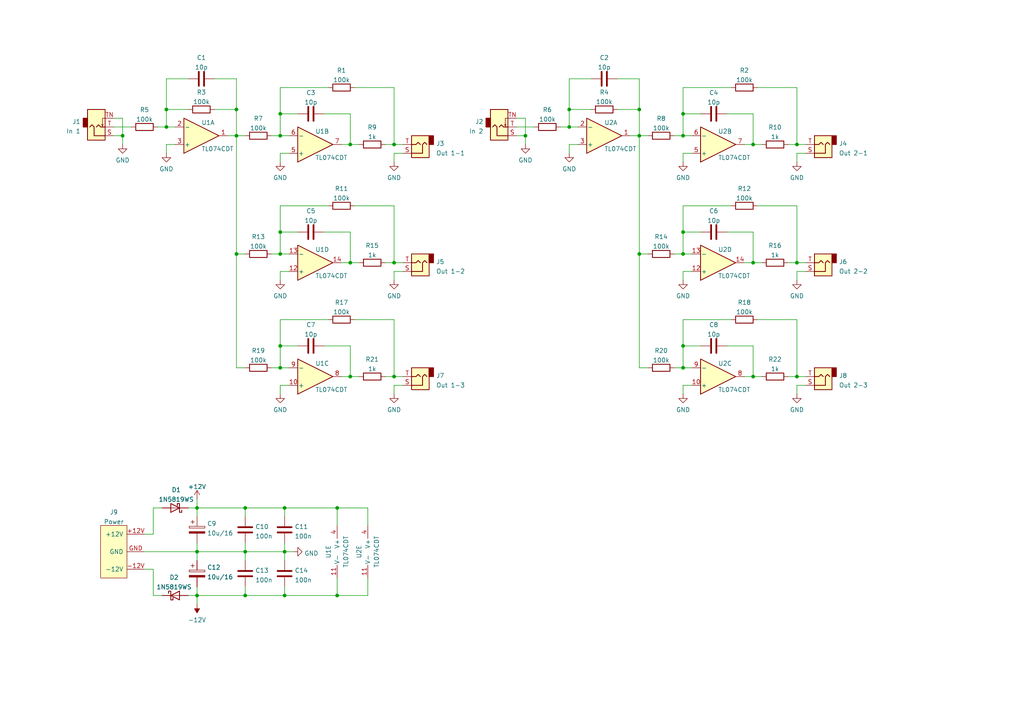
<source format=kicad_sch>
(kicad_sch (version 20211123) (generator eeschema)
  (paper "A4")
  (lib_symbols
    (symbol "Amplifier_Operational:TL074" (pin_names (offset 0.127))
      (property "Reference" "U" (at 0 5.08 0))
      (property "Value" "TL074" (at 0 -5.08 0))
      (symbol "TL074_1_1"
        (polyline (pts (xy -5.08 5.08) (xy 5.08 0) (xy -5.08 -5.08) (xy -5.08 5.08)) (stroke (width 0.254)) (fill (type background)))
        (pin output line (at 7.62 0 180) (length 2.54) (name "~") (number "1"))
        (pin input line (at -7.62 -2.54 0) (length 2.54) (name "-") (number "2"))
        (pin input line (at -7.62 2.54 0) (length 2.54) (name "+") (number "3"))
      )
      (symbol "TL074_2_1"
        (polyline (pts (xy -5.08 5.08) (xy 5.08 0) (xy -5.08 -5.08) (xy -5.08 5.08)) (stroke (width 0.254)) (fill (type background)))
        (pin input line (at -7.62 2.54 0) (length 2.54) (name "+") (number "5"))
        (pin input line (at -7.62 -2.54 0) (length 2.54) (name "-") (number "6"))
        (pin output line (at 7.62 0 180) (length 2.54) (name "~") (number "7"))
      )
      (symbol "TL074_3_1"
        (polyline (pts (xy -5.08 5.08) (xy 5.08 0) (xy -5.08 -5.08) (xy -5.08 5.08)) (stroke (width 0.254)) (fill (type background)))
        (pin input line (at -7.62 2.54 0) (length 2.54) (name "+") (number "10"))
        (pin output line (at 7.62 0 180) (length 2.54) (name "~") (number "8"))
        (pin input line (at -7.62 -2.54 0) (length 2.54) (name "-") (number "9"))
      )
      (symbol "TL074_4_1"
        (polyline (pts (xy -5.08 5.08) (xy 5.08 0) (xy -5.08 -5.08) (xy -5.08 5.08)) (stroke (width 0.254)) (fill (type background)))
        (pin input line (at -7.62 2.54 0) (length 2.54) (name "+") (number "12"))
        (pin input line (at -7.62 -2.54 0) (length 2.54) (name "-") (number "13"))
        (pin output line (at 7.62 0 180) (length 2.54) (name "~") (number "14"))
      )
      (symbol "TL074_5_1"
        (pin power_in line (at -2.54 -7.62 90) (length 3.81) (name "V-") (number "11"))
        (pin power_in line (at -2.54 7.62 270) (length 3.81) (name "V+") (number "4"))
      )
    )
    (symbol "Connector:AudioJack2"
      (property "Reference" "J" (at 0 8.89 0))
      (property "Value" "AudioJack2" (at 0 6.35 0))
      (symbol "AudioJack2_0_1"
        (rectangle (start -3.81 0) (end -2.54 -2.54) (stroke (width 0.254)) (fill (type outline)))
        (rectangle (start -2.54 3.81) (end 2.54 -2.54) (stroke (width 0.254)) (fill (type background)))
        (polyline (pts (xy 0 0) (xy 0.635 -0.635) (xy 1.27 0) (xy 2.54 0)) (stroke (width 0.254)))
        (polyline (pts (xy 2.54 2.54) (xy -0.635 2.54) (xy -0.635 0) (xy -1.27 -0.635) (xy -1.905 0)) (stroke (width 0.254)))
      )
      (symbol "AudioJack2_1_1"
        (pin passive line (at 5.08 2.54 180) (length 2.54) (name "~") (number "S"))
        (pin passive line (at 5.08 0 180) (length 2.54) (name "~") (number "T"))
      )
    )
    (symbol "Connector:AudioJack2_SwitchT"
      (property "Reference" "J" (at 0 8.89 0))
      (property "Value" "AudioJack2_SwitchT" (at 0 6.35 0))
      (symbol "AudioJack2_SwitchT_0_1"
        (rectangle (start -2.54 0) (end -3.81 -2.54) (stroke (width 0.254)) (fill (type outline)))
        (polyline (pts (xy 1.778 -0.254) (xy 2.032 -0.762)))
        (polyline (pts (xy 0 0) (xy 0.635 -0.635) (xy 1.27 0) (xy 2.54 0)) (stroke (width 0.254)))
        (polyline (pts (xy 2.54 -2.54) (xy 1.778 -2.54) (xy 1.778 -0.254) (xy 1.524 -0.762)))
        (polyline (pts (xy 2.54 2.54) (xy -0.635 2.54) (xy -0.635 0) (xy -1.27 -0.635) (xy -1.905 0)) (stroke (width 0.254)))
        (rectangle (start 2.54 3.81) (end -2.54 -5.08) (stroke (width 0.254)) (fill (type background)))
      )
      (symbol "AudioJack2_SwitchT_1_1"
        (pin passive line (at 5.08 2.54 180) (length 2.54) (name "~") (number "S"))
        (pin passive line (at 5.08 0 180) (length 2.54) (name "~") (number "T"))
        (pin passive line (at 5.08 -2.54 180) (length 2.54) (name "~") (number "TN"))
      )
    )
    (symbol "Device:C" (pin_numbers hide) (pin_names (offset 0.254))
      (property "Reference" "C" (at 0.635 2.54 0))
      (property "Value" "C" (at 0.635 -2.54 0))
      (symbol "C_0_1"
        (polyline (pts (xy -2.032 -0.762) (xy 2.032 -0.762)) (stroke (width 0.508)))
        (polyline (pts (xy -2.032 0.762) (xy 2.032 0.762)) (stroke (width 0.508)))
      )
      (symbol "C_1_1"
        (pin passive line (at 0 3.81 270) (length 2.794) (name "~") (number "1"))
        (pin passive line (at 0 -3.81 90) (length 2.794) (name "~") (number "2"))
      )
    )
    (symbol "Device:C_Polarized" (pin_numbers hide) (pin_names (offset 0.254))
      (property "Reference" "C" (at 0.635 2.54 0))
      (property "Value" "C_Polarized" (at 0.635 -2.54 0))
      (symbol "C_Polarized_0_1"
        (rectangle (start -2.286 0.508) (end 2.286 1.016))
        (polyline (pts (xy -1.778 2.286) (xy -0.762 2.286)))
        (polyline (pts (xy -1.27 2.794) (xy -1.27 1.778)))
        (rectangle (start 2.286 -0.508) (end -2.286 -1.016) (fill (type outline)))
      )
      (symbol "C_Polarized_1_1"
        (pin passive line (at 0 3.81 270) (length 2.794) (name "~") (number "1"))
        (pin passive line (at 0 -3.81 90) (length 2.794) (name "~") (number "2"))
      )
    )
    (symbol "Device:R" (pin_numbers hide) (pin_names (offset 0))
      (property "Reference" "R" (at 2.032 0 90))
      (property "Value" "R" (at 0 0 90))
      (symbol "R_0_1"
        (rectangle (start -1.016 -2.54) (end 1.016 2.54) (stroke (width 0.254)))
      )
      (symbol "R_1_1"
        (pin passive line (at 0 3.81 270) (length 1.27) (name "~") (number "1"))
        (pin passive line (at 0 -3.81 90) (length 1.27) (name "~") (number "2"))
      )
    )
    (symbol "Diode:1N5817" (pin_numbers hide) (pin_names (offset 1.016) hide)
      (property "Reference" "D" (at 0 2.54 0))
      (property "Value" "1N5817" (at 0 -2.54 0))
      (symbol "1N5817_0_1"
        (polyline (pts (xy 1.27 0) (xy -1.27 0)))
        (polyline (pts (xy 1.27 1.27) (xy 1.27 -1.27) (xy -1.27 0) (xy 1.27 1.27)) (stroke (width 0.254)))
        (polyline (pts (xy -1.905 0.635) (xy -1.905 1.27) (xy -1.27 1.27) (xy -1.27 -1.27) (xy -0.635 -1.27) (xy -0.635 -0.635)) (stroke (width 0.254)))
      )
      (symbol "1N5817_1_1"
        (pin passive line (at -3.81 0 0) (length 2.54) (name "K") (number "1"))
        (pin passive line (at 3.81 0 180) (length 2.54) (name "A") (number "2"))
      )
    )
    (symbol "Eurorack_Synth:Power_2x5" (pin_names (offset 1.016))
      (property "Reference" "J" (at 0 10.16 0))
      (property "Value" "Power_2x5" (at 0 8.89 0))
      (symbol "Power_2x5_0_1"
        (rectangle (start 3.81 7.62) (end -3.81 -7.62) (fill (type background)))
      )
      (symbol "Power_2x5_1_1"
        (pin power_out line (at 8.89 5.08 180) (length 5.08) (name "+12V") (number "+12V"))
        (pin power_out line (at 8.89 -5.08 180) (length 5.08) (name "-12V") (number "-12V"))
        (pin power_out line (at 8.89 0 180) (length 5.08) (name "GND") (number "GND"))
      )
    )
    (symbol "power:+12V" (power) (pin_names (offset 0))
      (property "Value" "+12V" (at 0 3.556 0))
      (symbol "+12V_0_1"
        (polyline (pts (xy -0.762 1.27) (xy 0 2.54)))
        (polyline (pts (xy 0 0) (xy 0 2.54)))
        (polyline (pts (xy 0 2.54) (xy 0.762 1.27)))
      )
      (symbol "+12V_1_1"
        (pin power_in line (at 0 0 90) (length 0) hide (name "+12V") (number "1"))
      )
    )
    (symbol "power:-12V" (power) (pin_names (offset 0))
      (property "Value" "-12V" (at 0 3.81 0))
      (symbol "-12V_0_0"
        (pin power_in line (at 0 0 90) (length 0) hide (name "-12V") (number "1"))
      )
      (symbol "-12V_0_1"
        (polyline (pts (xy 0 0) (xy 0 1.27) (xy 0.762 1.27) (xy 0 2.54) (xy -0.762 1.27) (xy 0 1.27)) (fill (type outline)))
      )
    )
    (symbol "power:GND" (power) (pin_names (offset 0))
      (property "Value" "GND" (at 0 -3.81 0))
      (symbol "GND_0_1"
        (polyline (pts (xy 0 0) (xy 0 -1.27) (xy 1.27 -1.27) (xy 0 -2.54) (xy -1.27 -1.27) (xy 0 -1.27)))
      )
      (symbol "GND_1_1"
        (pin power_in line (at 0 0 270) (length 0) hide (name "GND") (number "1"))
      )
    )
  )
  (junction (at 57.15 172.72))
  (junction (at 71.12 172.72))
  (junction (at 82.55 160.02))
  (junction (at 198.12 106.68))
  (junction (at 198.12 67.31))
  (junction (at 114.3 41.91))
  (junction (at 165.1 36.83))
  (junction (at 231.14 76.2))
  (junction (at 68.58 39.37))
  (junction (at 165.1 31.75))
  (junction (at 218.44 76.2))
  (junction (at 101.6 76.2))
  (junction (at 101.6 41.91))
  (junction (at 81.28 33.02))
  (junction (at 185.42 39.37))
  (junction (at 198.12 73.66))
  (junction (at 185.42 31.75))
  (junction (at 81.28 73.66))
  (junction (at 231.14 41.91))
  (junction (at 48.26 36.83))
  (junction (at 218.44 109.22))
  (junction (at 48.26 31.75))
  (junction (at 198.12 100.33))
  (junction (at 152.4 39.37))
  (junction (at 71.12 160.02))
  (junction (at 114.3 109.22))
  (junction (at 185.42 73.66))
  (junction (at 68.58 31.75))
  (junction (at 82.55 147.32))
  (junction (at 81.28 39.37))
  (junction (at 97.79 172.72))
  (junction (at 81.28 100.33))
  (junction (at 57.15 147.32))
  (junction (at 198.12 39.37))
  (junction (at 35.56 39.37))
  (junction (at 82.55 172.72))
  (junction (at 81.28 106.68))
  (junction (at 101.6 109.22))
  (junction (at 198.12 33.02))
  (junction (at 68.58 73.66))
  (junction (at 81.28 67.31))
  (junction (at 97.79 147.32))
  (junction (at 71.12 147.32))
  (junction (at 231.14 109.22))
  (junction (at 114.3 76.2))
  (junction (at 218.44 41.91))
  (junction (at 57.15 160.02))
  (wire (pts (xy 57.15 160.02) (xy 71.12 160.02)))
  (wire (pts (xy 44.45 147.32) (xy 46.99 147.32)))
  (wire (pts (xy 97.79 172.72) (xy 82.55 172.72)))
  (wire (pts (xy 48.26 31.75) (xy 48.26 36.83)))
  (wire (pts (xy 68.58 31.75) (xy 68.58 39.37)))
  (wire (pts (xy 81.28 44.45) (xy 81.28 46.99)))
  (wire (pts (xy 111.76 76.2) (xy 114.3 76.2)))
  (wire (pts (xy 185.42 39.37) (xy 187.96 39.37)))
  (wire (pts (xy 187.96 73.66) (xy 185.42 73.66)))
  (wire (pts (xy 81.28 78.74) (xy 81.28 81.28)))
  (wire (pts (xy 93.98 100.33) (xy 101.6 100.33)))
  (wire (pts (xy 218.44 67.31) (xy 218.44 76.2)))
  (wire (pts (xy 93.98 33.02) (xy 101.6 33.02)))
  (wire (pts (xy 86.36 67.31) (xy 81.28 67.31)))
  (wire (pts (xy 219.71 25.4) (xy 231.14 25.4)))
  (wire (pts (xy 71.12 160.02) (xy 82.55 160.02)))
  (wire (pts (xy 86.36 33.02) (xy 81.28 33.02)))
  (wire (pts (xy 203.2 67.31) (xy 198.12 67.31)))
  (wire (pts (xy 86.36 100.33) (xy 81.28 100.33)))
  (wire (pts (xy 198.12 100.33) (xy 198.12 106.68)))
  (wire (pts (xy 116.84 44.45) (xy 114.3 44.45)))
  (wire (pts (xy 215.9 109.22) (xy 218.44 109.22)))
  (wire (pts (xy 45.72 36.83) (xy 48.26 36.83)))
  (wire (pts (xy 185.42 31.75) (xy 185.42 39.37)))
  (wire (pts (xy 48.26 36.83) (xy 50.8 36.83)))
  (wire (pts (xy 101.6 76.2) (xy 104.14 76.2)))
  (wire (pts (xy 198.12 44.45) (xy 198.12 46.99)))
  (wire (pts (xy 57.15 149.86) (xy 57.15 147.32)))
  (wire (pts (xy 218.44 109.22) (xy 220.98 109.22)))
  (wire (pts (xy 101.6 41.91) (xy 104.14 41.91)))
  (wire (pts (xy 165.1 36.83) (xy 167.64 36.83)))
  (wire (pts (xy 195.58 106.68) (xy 198.12 106.68)))
  (wire (pts (xy 210.82 100.33) (xy 218.44 100.33)))
  (wire (pts (xy 57.15 157.48) (xy 57.15 160.02)))
  (wire (pts (xy 233.68 78.74) (xy 231.14 78.74)))
  (wire (pts (xy 71.12 73.66) (xy 68.58 73.66)))
  (wire (pts (xy 54.61 147.32) (xy 57.15 147.32)))
  (wire (pts (xy 195.58 39.37) (xy 198.12 39.37)))
  (wire (pts (xy 57.15 144.78) (xy 57.15 147.32)))
  (wire (pts (xy 71.12 160.02) (xy 71.12 162.56)))
  (wire (pts (xy 210.82 67.31) (xy 218.44 67.31)))
  (wire (pts (xy 99.06 76.2) (xy 101.6 76.2)))
  (wire (pts (xy 102.87 92.71) (xy 114.3 92.71)))
  (wire (pts (xy 101.6 109.22) (xy 104.14 109.22)))
  (wire (pts (xy 218.44 41.91) (xy 220.98 41.91)))
  (wire (pts (xy 218.44 33.02) (xy 218.44 41.91)))
  (wire (pts (xy 114.3 109.22) (xy 116.84 109.22)))
  (wire (pts (xy 57.15 160.02) (xy 57.15 162.56)))
  (wire (pts (xy 95.25 59.69) (xy 81.28 59.69)))
  (wire (pts (xy 82.55 170.18) (xy 82.55 172.72)))
  (wire (pts (xy 212.09 92.71) (xy 198.12 92.71)))
  (wire (pts (xy 35.56 41.91) (xy 35.56 39.37)))
  (wire (pts (xy 149.86 34.29) (xy 152.4 34.29)))
  (wire (pts (xy 82.55 160.02) (xy 85.09 160.02)))
  (wire (pts (xy 228.6 76.2) (xy 231.14 76.2)))
  (wire (pts (xy 106.68 147.32) (xy 97.79 147.32)))
  (wire (pts (xy 233.68 44.45) (xy 231.14 44.45)))
  (wire (pts (xy 97.79 167.64) (xy 97.79 172.72)))
  (wire (pts (xy 81.28 59.69) (xy 81.28 67.31)))
  (wire (pts (xy 114.3 41.91) (xy 116.84 41.91)))
  (wire (pts (xy 97.79 152.4) (xy 97.79 147.32)))
  (wire (pts (xy 81.28 67.31) (xy 81.28 73.66)))
  (wire (pts (xy 231.14 25.4) (xy 231.14 41.91)))
  (wire (pts (xy 167.64 41.91) (xy 165.1 41.91)))
  (wire (pts (xy 114.3 44.45) (xy 114.3 46.99)))
  (wire (pts (xy 210.82 33.02) (xy 218.44 33.02)))
  (wire (pts (xy 97.79 147.32) (xy 82.55 147.32)))
  (wire (pts (xy 57.15 160.02) (xy 41.91 160.02)))
  (wire (pts (xy 198.12 111.76) (xy 198.12 114.3)))
  (wire (pts (xy 198.12 92.71) (xy 198.12 100.33)))
  (wire (pts (xy 231.14 41.91) (xy 233.68 41.91)))
  (wire (pts (xy 231.14 78.74) (xy 231.14 81.28)))
  (wire (pts (xy 81.28 92.71) (xy 81.28 100.33)))
  (wire (pts (xy 198.12 106.68) (xy 200.66 106.68)))
  (wire (pts (xy 203.2 100.33) (xy 198.12 100.33)))
  (wire (pts (xy 99.06 41.91) (xy 101.6 41.91)))
  (wire (pts (xy 82.55 149.86) (xy 82.55 147.32)))
  (wire (pts (xy 82.55 157.48) (xy 82.55 160.02)))
  (wire (pts (xy 231.14 44.45) (xy 231.14 46.99)))
  (wire (pts (xy 81.28 39.37) (xy 83.82 39.37)))
  (wire (pts (xy 185.42 39.37) (xy 185.42 73.66)))
  (wire (pts (xy 218.44 100.33) (xy 218.44 109.22)))
  (wire (pts (xy 33.02 39.37) (xy 35.56 39.37)))
  (wire (pts (xy 71.12 147.32) (xy 82.55 147.32)))
  (wire (pts (xy 78.74 39.37) (xy 81.28 39.37)))
  (wire (pts (xy 62.23 22.86) (xy 68.58 22.86)))
  (wire (pts (xy 114.3 92.71) (xy 114.3 109.22)))
  (wire (pts (xy 41.91 154.94) (xy 44.45 154.94)))
  (wire (pts (xy 54.61 31.75) (xy 48.26 31.75)))
  (wire (pts (xy 48.26 41.91) (xy 48.26 44.45)))
  (wire (pts (xy 106.68 172.72) (xy 97.79 172.72)))
  (wire (pts (xy 71.12 172.72) (xy 82.55 172.72)))
  (wire (pts (xy 233.68 111.76) (xy 231.14 111.76)))
  (wire (pts (xy 162.56 36.83) (xy 165.1 36.83)))
  (wire (pts (xy 111.76 41.91) (xy 114.3 41.91)))
  (wire (pts (xy 81.28 73.66) (xy 83.82 73.66)))
  (wire (pts (xy 200.66 111.76) (xy 198.12 111.76)))
  (wire (pts (xy 228.6 109.22) (xy 231.14 109.22)))
  (wire (pts (xy 200.66 78.74) (xy 198.12 78.74)))
  (wire (pts (xy 179.07 22.86) (xy 185.42 22.86)))
  (wire (pts (xy 231.14 76.2) (xy 233.68 76.2)))
  (wire (pts (xy 106.68 152.4) (xy 106.68 147.32)))
  (wire (pts (xy 95.25 92.71) (xy 81.28 92.71)))
  (wire (pts (xy 68.58 39.37) (xy 71.12 39.37)))
  (wire (pts (xy 165.1 41.91) (xy 165.1 44.45)))
  (wire (pts (xy 152.4 41.91) (xy 152.4 39.37)))
  (wire (pts (xy 68.58 73.66) (xy 68.58 106.68)))
  (wire (pts (xy 78.74 73.66) (xy 81.28 73.66)))
  (wire (pts (xy 78.74 106.68) (xy 81.28 106.68)))
  (wire (pts (xy 185.42 22.86) (xy 185.42 31.75)))
  (wire (pts (xy 231.14 92.71) (xy 231.14 109.22)))
  (wire (pts (xy 114.3 76.2) (xy 116.84 76.2)))
  (wire (pts (xy 99.06 109.22) (xy 101.6 109.22)))
  (wire (pts (xy 66.04 39.37) (xy 68.58 39.37)))
  (wire (pts (xy 171.45 22.86) (xy 165.1 22.86)))
  (wire (pts (xy 41.91 165.1) (xy 44.45 165.1)))
  (wire (pts (xy 57.15 147.32) (xy 71.12 147.32)))
  (wire (pts (xy 114.3 25.4) (xy 114.3 41.91)))
  (wire (pts (xy 35.56 34.29) (xy 35.56 39.37)))
  (wire (pts (xy 198.12 59.69) (xy 198.12 67.31)))
  (wire (pts (xy 71.12 157.48) (xy 71.12 160.02)))
  (wire (pts (xy 198.12 78.74) (xy 198.12 81.28)))
  (wire (pts (xy 48.26 22.86) (xy 48.26 31.75)))
  (wire (pts (xy 68.58 39.37) (xy 68.58 73.66)))
  (wire (pts (xy 212.09 25.4) (xy 198.12 25.4)))
  (wire (pts (xy 33.02 36.83) (xy 38.1 36.83)))
  (wire (pts (xy 219.71 59.69) (xy 231.14 59.69)))
  (wire (pts (xy 44.45 172.72) (xy 46.99 172.72)))
  (wire (pts (xy 187.96 106.68) (xy 185.42 106.68)))
  (wire (pts (xy 101.6 100.33) (xy 101.6 109.22)))
  (wire (pts (xy 111.76 109.22) (xy 114.3 109.22)))
  (wire (pts (xy 182.88 39.37) (xy 185.42 39.37)))
  (wire (pts (xy 198.12 39.37) (xy 200.66 39.37)))
  (wire (pts (xy 71.12 170.18) (xy 71.12 172.72)))
  (wire (pts (xy 71.12 106.68) (xy 68.58 106.68)))
  (wire (pts (xy 57.15 172.72) (xy 71.12 172.72)))
  (wire (pts (xy 54.61 172.72) (xy 57.15 172.72)))
  (wire (pts (xy 101.6 67.31) (xy 101.6 76.2)))
  (wire (pts (xy 44.45 154.94) (xy 44.45 147.32)))
  (wire (pts (xy 165.1 31.75) (xy 165.1 36.83)))
  (wire (pts (xy 50.8 41.91) (xy 48.26 41.91)))
  (wire (pts (xy 171.45 31.75) (xy 165.1 31.75)))
  (wire (pts (xy 102.87 25.4) (xy 114.3 25.4)))
  (wire (pts (xy 218.44 76.2) (xy 220.98 76.2)))
  (wire (pts (xy 114.3 59.69) (xy 114.3 76.2)))
  (wire (pts (xy 116.84 78.74) (xy 114.3 78.74)))
  (wire (pts (xy 81.28 111.76) (xy 81.28 114.3)))
  (wire (pts (xy 200.66 44.45) (xy 198.12 44.45)))
  (wire (pts (xy 68.58 22.86) (xy 68.58 31.75)))
  (wire (pts (xy 231.14 109.22) (xy 233.68 109.22)))
  (wire (pts (xy 101.6 33.02) (xy 101.6 41.91)))
  (wire (pts (xy 83.82 44.45) (xy 81.28 44.45)))
  (wire (pts (xy 95.25 25.4) (xy 81.28 25.4)))
  (wire (pts (xy 106.68 167.64) (xy 106.68 172.72)))
  (wire (pts (xy 165.1 22.86) (xy 165.1 31.75)))
  (wire (pts (xy 198.12 33.02) (xy 198.12 39.37)))
  (wire (pts (xy 93.98 67.31) (xy 101.6 67.31)))
  (wire (pts (xy 114.3 111.76) (xy 114.3 114.3)))
  (wire (pts (xy 198.12 67.31) (xy 198.12 73.66)))
  (wire (pts (xy 62.23 31.75) (xy 68.58 31.75)))
  (wire (pts (xy 215.9 41.91) (xy 218.44 41.91)))
  (wire (pts (xy 81.28 33.02) (xy 81.28 39.37)))
  (wire (pts (xy 203.2 33.02) (xy 198.12 33.02)))
  (wire (pts (xy 81.28 100.33) (xy 81.28 106.68)))
  (wire (pts (xy 81.28 25.4) (xy 81.28 33.02)))
  (wire (pts (xy 83.82 78.74) (xy 81.28 78.74)))
  (wire (pts (xy 152.4 34.29) (xy 152.4 39.37)))
  (wire (pts (xy 83.82 111.76) (xy 81.28 111.76)))
  (wire (pts (xy 149.86 39.37) (xy 152.4 39.37)))
  (wire (pts (xy 149.86 36.83) (xy 154.94 36.83)))
  (wire (pts (xy 33.02 34.29) (xy 35.56 34.29)))
  (wire (pts (xy 102.87 59.69) (xy 114.3 59.69)))
  (wire (pts (xy 198.12 25.4) (xy 198.12 33.02)))
  (wire (pts (xy 71.12 149.86) (xy 71.12 147.32)))
  (wire (pts (xy 54.61 22.86) (xy 48.26 22.86)))
  (wire (pts (xy 81.28 106.68) (xy 83.82 106.68)))
  (wire (pts (xy 57.15 170.18) (xy 57.15 172.72)))
  (wire (pts (xy 231.14 111.76) (xy 231.14 114.3)))
  (wire (pts (xy 44.45 165.1) (xy 44.45 172.72)))
  (wire (pts (xy 198.12 73.66) (xy 200.66 73.66)))
  (wire (pts (xy 228.6 41.91) (xy 231.14 41.91)))
  (wire (pts (xy 215.9 76.2) (xy 218.44 76.2)))
  (wire (pts (xy 195.58 73.66) (xy 198.12 73.66)))
  (wire (pts (xy 57.15 172.72) (xy 57.15 175.26)))
  (wire (pts (xy 212.09 59.69) (xy 198.12 59.69)))
  (wire (pts (xy 82.55 160.02) (xy 82.55 162.56)))
  (wire (pts (xy 179.07 31.75) (xy 185.42 31.75)))
  (wire (pts (xy 231.14 59.69) (xy 231.14 76.2)))
  (wire (pts (xy 114.3 78.74) (xy 114.3 81.28)))
  (wire (pts (xy 219.71 92.71) (xy 231.14 92.71)))
  (wire (pts (xy 185.42 73.66) (xy 185.42 106.68)))
  (wire (pts (xy 116.84 111.76) (xy 114.3 111.76)))
  (symbol (lib_id "Amplifier_Operational:TL074") (at 91.44 41.91 0) (mirror x) (unit 2)
    (property "Reference" "U1" (at 91.44 38.1 0) (effects (justify left)))
    (property "Value" "TL074CDT" (at 91.44 45.72 0) (effects (justify left)))
    (property "Footprint" "Package_SO:SOIC-14_3.9x8.7mm_P1.27mm" (effects hide))
    (property "Datasheet" "http://www.ti.com/lit/ds/symlink/tl071.pdf" (effects hide))
    (property "LCSC" "C6963" (effects hide))
  )
  (symbol (lib_id "Device:C") (at 207.01 100.33 90) (unit 1)
    (property "Reference" "C8" (at 207.01 94.2045 90))
    (property "Value" "10p" (at 207.01 96.9796 90))
    (property "Footprint" "Capacitor_SMD:C_0402_1005Metric" (effects hide))
    (property "LCSC" "C32949" (effects hide))
  )
  (symbol (lib_id "Connector:AudioJack2") (at 121.92 76.2 180) (unit 1)
    (property "Reference" "J5" (at 126.492 75.9265 0) (effects (justify right)))
    (property "Value" "Out 1-2" (at 126.492 78.7016 0) (effects (justify right)))
    (property "Footprint" "Connector_Audio_QingPu:Jack_3.5mm_QingPu_WQP-PJ324M" (effects hide))
  )
  (symbol (lib_id "Device:R") (at 224.79 41.91 90) (unit 1)
    (property "Reference" "R10" (at 224.79 36.9275 90))
    (property "Value" "1k" (at 224.79 39.7026 90))
    (property "Footprint" "Resistor_SMD:R_1206_3216Metric" (effects hide))
    (property "LCSC" "C4410" (effects hide))
  )
  (symbol (lib_id "Amplifier_Operational:TL074") (at 208.28 76.2 0) (mirror x) (unit 4)
    (property "Reference" "U2" (at 208.28 72.39 0) (effects (justify left)))
    (property "Value" "TL074CDT" (at 208.28 80.01 0) (effects (justify left)))
    (property "Footprint" "Package_SO:SOIC-14_3.9x8.7mm_P1.27mm" (effects hide))
    (property "Datasheet" "http://www.ti.com/lit/ds/symlink/tl071.pdf" (effects hide))
    (property "LCSC" "C6963" (effects hide))
  )
  (symbol (lib_id "Device:R") (at 224.79 76.2 90) (unit 1)
    (property "Reference" "R16" (at 224.79 71.2175 90))
    (property "Value" "1k" (at 224.79 73.9926 90))
    (property "Footprint" "Resistor_SMD:R_1206_3216Metric" (effects hide))
    (property "LCSC" "C4410" (effects hide))
  )
  (symbol (lib_id "Device:R") (at 58.42 31.75 90) (unit 1)
    (property "Reference" "R3" (at 58.42 26.7675 90))
    (property "Value" "100k" (at 58.42 29.5426 90))
    (property "Footprint" "Resistor_SMD:R_0402_1005Metric" (effects hide))
    (property "LCSC" "C25741" (effects hide))
  )
  (symbol (lib_id "Connector:AudioJack2") (at 238.76 41.91 180) (unit 1)
    (property "Reference" "J4" (at 243.332 41.6365 0) (effects (justify right)))
    (property "Value" "Out 2-1" (at 243.332 44.4116 0) (effects (justify right)))
    (property "Footprint" "Connector_Audio_QingPu:Jack_3.5mm_QingPu_WQP-PJ324M" (effects hide))
  )
  (symbol (lib_id "Amplifier_Operational:TL074") (at 208.28 41.91 0) (mirror x) (unit 2)
    (property "Reference" "U2" (at 208.28 38.1 0) (effects (justify left)))
    (property "Value" "TL074CDT" (at 208.28 45.72 0) (effects (justify left)))
    (property "Footprint" "Package_SO:SOIC-14_3.9x8.7mm_P1.27mm" (effects hide))
    (property "Datasheet" "http://www.ti.com/lit/ds/symlink/tl071.pdf" (effects hide))
    (property "LCSC" "C6963" (effects hide))
  )
  (symbol (lib_id "Device:R") (at 191.77 73.66 90) (unit 1)
    (property "Reference" "R14" (at 191.77 68.6775 90))
    (property "Value" "100k" (at 191.77 71.4526 90))
    (property "Footprint" "Resistor_SMD:R_0402_1005Metric" (effects hide))
    (property "LCSC" "C25741" (effects hide))
  )
  (symbol (lib_id "Amplifier_Operational:TL074") (at 100.33 160.02 0) (unit 5)
    (property "Reference" "U1" (at 95.25 160.02 90))
    (property "Value" "TL074CDT" (at 100.33 160.02 90))
    (property "Footprint" "Package_SO:SOIC-14_3.9x8.7mm_P1.27mm" (effects hide))
    (property "Datasheet" "http://www.ti.com/lit/ds/symlink/tl071.pdf" (effects hide))
    (property "LCSC" "C6963" (effects hide))
  )
  (symbol (lib_id "power:GND") (at 198.12 81.28 0) (unit 1)
    (property "Reference" "#PWR0114" (effects hide))
    (property "Value" "GND" (at 198.12 85.8425 0))
  )
  (symbol (lib_id "power:GND") (at 48.26 44.45 0) (unit 1)
    (property "Reference" "#PWR0102" (effects hide))
    (property "Value" "GND" (at 48.26 49.0125 0))
  )
  (symbol (lib_id "Diode:1N5817") (at 50.8 147.32 180) (unit 1)
    (property "Reference" "D1" (at 51.1175 142.0835 0))
    (property "Value" "1N5819WS" (at 51.1175 144.8586 0))
    (property "Footprint" "Diode_SMD:D_SOD-323" (effects hide))
    (property "Datasheet" "http://www.vishay.com/docs/88525/1n5817.pdf" (effects hide))
    (property "LCSC" "C191023" (effects hide))
  )
  (symbol (lib_id "Device:R") (at 175.26 31.75 90) (unit 1)
    (property "Reference" "R4" (at 175.26 26.7675 90))
    (property "Value" "100k" (at 175.26 29.5426 90))
    (property "Footprint" "Resistor_SMD:R_0402_1005Metric" (effects hide))
    (property "LCSC" "C25741" (effects hide))
  )
  (symbol (lib_id "Device:C") (at 207.01 67.31 90) (unit 1)
    (property "Reference" "C6" (at 207.01 61.1845 90))
    (property "Value" "10p" (at 207.01 63.9596 90))
    (property "Footprint" "Capacitor_SMD:C_0402_1005Metric" (effects hide))
    (property "LCSC" "C32949" (effects hide))
  )
  (symbol (lib_id "power:GND") (at 81.28 114.3 0) (unit 1)
    (property "Reference" "#PWR0109" (effects hide))
    (property "Value" "GND" (at 81.28 118.8625 0))
  )
  (symbol (lib_id "power:GND") (at 85.09 160.02 90) (unit 1)
    (property "Reference" "#PWR0111" (effects hide))
    (property "Value" "GND" (at 88.265 160.499 90) (effects (justify right)))
  )
  (symbol (lib_id "Connector:AudioJack2") (at 121.92 41.91 180) (unit 1)
    (property "Reference" "J3" (at 126.492 41.6365 0) (effects (justify right)))
    (property "Value" "Out 1-1" (at 126.492 44.4116 0) (effects (justify right)))
    (property "Footprint" "Connector_Audio_QingPu:Jack_3.5mm_QingPu_WQP-PJ324M" (effects hide))
  )
  (symbol (lib_id "power:GND") (at 198.12 114.3 0) (unit 1)
    (property "Reference" "#PWR0116" (effects hide))
    (property "Value" "GND" (at 198.12 118.8625 0))
  )
  (symbol (lib_id "power:GND") (at 231.14 46.99 0) (unit 1)
    (property "Reference" "#PWR0112" (effects hide))
    (property "Value" "GND" (at 231.14 51.5525 0))
  )
  (symbol (lib_id "Device:R") (at 99.06 59.69 90) (unit 1)
    (property "Reference" "R11" (at 99.06 54.7075 90))
    (property "Value" "100k" (at 99.06 57.4826 90))
    (property "Footprint" "Resistor_SMD:R_0402_1005Metric" (effects hide))
    (property "LCSC" "C25741" (effects hide))
  )
  (symbol (lib_id "power:GND") (at 114.3 114.3 0) (unit 1)
    (property "Reference" "#PWR0104" (effects hide))
    (property "Value" "GND" (at 114.3 118.8625 0))
  )
  (symbol (lib_id "power:GND") (at 198.12 46.99 0) (unit 1)
    (property "Reference" "#PWR0119" (effects hide))
    (property "Value" "GND" (at 198.12 51.5525 0))
  )
  (symbol (lib_id "Device:R") (at 74.93 106.68 90) (unit 1)
    (property "Reference" "R19" (at 74.93 101.6975 90))
    (property "Value" "100k" (at 74.93 104.4726 90))
    (property "Footprint" "Resistor_SMD:R_0402_1005Metric" (effects hide))
    (property "LCSC" "C25741" (effects hide))
  )
  (symbol (lib_id "Device:C") (at 82.55 166.37 180) (unit 1)
    (property "Reference" "C14" (at 85.471 165.4615 0) (effects (justify right)))
    (property "Value" "100n" (at 85.471 168.2366 0) (effects (justify right)))
    (property "Footprint" "Capacitor_SMD:C_0402_1005Metric" (effects hide))
    (property "LCSC" "C307331" (effects hide))
  )
  (symbol (lib_id "Diode:1N5817") (at 50.8 172.72 0) (unit 1)
    (property "Reference" "D2" (at 50.4825 167.4835 0))
    (property "Value" "1N5819WS" (at 50.4825 170.2586 0))
    (property "Footprint" "Diode_SMD:D_SOD-323" (effects hide))
    (property "Datasheet" "http://www.vishay.com/docs/88525/1n5817.pdf" (effects hide))
    (property "LCSC" "C191023" (effects hide))
  )
  (symbol (lib_id "Device:C") (at 90.17 33.02 90) (unit 1)
    (property "Reference" "C3" (at 90.17 26.8945 90))
    (property "Value" "10p" (at 90.17 29.6696 90))
    (property "Footprint" "Capacitor_SMD:C_0402_1005Metric" (effects hide))
    (property "LCSC" "C32949" (effects hide))
  )
  (symbol (lib_id "Device:C") (at 71.12 153.67 180) (unit 1)
    (property "Reference" "C10" (at 74.041 152.7615 0) (effects (justify right)))
    (property "Value" "100n" (at 74.041 155.5366 0) (effects (justify right)))
    (property "Footprint" "Capacitor_SMD:C_0402_1005Metric" (effects hide))
    (property "LCSC" "C307331" (effects hide))
  )
  (symbol (lib_id "Device:R") (at 215.9 25.4 90) (unit 1)
    (property "Reference" "R2" (at 215.9 20.4175 90))
    (property "Value" "100k" (at 215.9 23.1926 90))
    (property "Footprint" "Resistor_SMD:R_0402_1005Metric" (effects hide))
    (property "LCSC" "C25741" (effects hide))
  )
  (symbol (lib_id "Device:C") (at 207.01 33.02 90) (unit 1)
    (property "Reference" "C4" (at 207.01 26.8945 90))
    (property "Value" "10p" (at 207.01 29.6696 90))
    (property "Footprint" "Capacitor_SMD:C_0402_1005Metric" (effects hide))
    (property "LCSC" "C32949" (effects hide))
  )
  (symbol (lib_id "Device:R") (at 107.95 76.2 90) (unit 1)
    (property "Reference" "R15" (at 107.95 71.2175 90))
    (property "Value" "1k" (at 107.95 73.9926 90))
    (property "Footprint" "Resistor_SMD:R_1206_3216Metric" (effects hide))
    (property "LCSC" "C4410" (effects hide))
  )
  (symbol (lib_id "power:GND") (at 114.3 46.99 0) (unit 1)
    (property "Reference" "#PWR0106" (effects hide))
    (property "Value" "GND" (at 114.3 51.5525 0))
  )
  (symbol (lib_id "power:GND") (at 152.4 41.91 0) (unit 1)
    (property "Reference" "#PWR0117" (effects hide))
    (property "Value" "GND" (at 152.4 46.4725 0))
  )
  (symbol (lib_id "Connector:AudioJack2_SwitchT") (at 27.94 36.83 0) (mirror x) (unit 1)
    (property "Reference" "J1" (at 23.368 35.2865 0) (effects (justify right)))
    (property "Value" "In 1" (at 23.368 38.0616 0) (effects (justify right)))
    (property "Footprint" "Connector_Audio_QingPu:Jack_3.5mm_QingPu_WQP-PJ324M" (effects hide))
  )
  (symbol (lib_id "Device:C") (at 175.26 22.86 90) (unit 1)
    (property "Reference" "C2" (at 175.26 16.7345 90))
    (property "Value" "10p" (at 175.26 19.5096 90))
    (property "Footprint" "Capacitor_SMD:C_0402_1005Metric" (effects hide))
    (property "LCSC" "C32949" (effects hide))
  )
  (symbol (lib_id "power:GND") (at 231.14 114.3 0) (unit 1)
    (property "Reference" "#PWR0115" (effects hide))
    (property "Value" "GND" (at 231.14 118.8625 0))
  )
  (symbol (lib_id "Device:C") (at 90.17 100.33 90) (unit 1)
    (property "Reference" "C7" (at 90.17 94.2045 90))
    (property "Value" "10p" (at 90.17 96.9796 90))
    (property "Footprint" "Capacitor_SMD:C_0402_1005Metric" (effects hide))
    (property "LCSC" "C32949" (effects hide))
  )
  (symbol (lib_id "Device:R") (at 215.9 59.69 90) (unit 1)
    (property "Reference" "R12" (at 215.9 54.7075 90))
    (property "Value" "100k" (at 215.9 57.4826 90))
    (property "Footprint" "Resistor_SMD:R_0402_1005Metric" (effects hide))
    (property "LCSC" "C25741" (effects hide))
  )
  (symbol (lib_id "power:-12V") (at 57.15 175.26 180) (unit 1)
    (property "Reference" "#PWR0108" (effects hide))
    (property "Value" "-12V" (at 57.15 179.8225 0))
  )
  (symbol (lib_id "Device:R") (at 191.77 106.68 90) (unit 1)
    (property "Reference" "R20" (at 191.77 101.6975 90))
    (property "Value" "100k" (at 191.77 104.4726 90))
    (property "Footprint" "Resistor_SMD:R_0402_1005Metric" (effects hide))
    (property "LCSC" "C25741" (effects hide))
  )
  (symbol (lib_id "Device:R") (at 107.95 41.91 90) (unit 1)
    (property "Reference" "R9" (at 107.95 36.9275 90))
    (property "Value" "1k" (at 107.95 39.7026 90))
    (property "Footprint" "Resistor_SMD:R_1206_3216Metric" (effects hide))
    (property "LCSC" "C4410" (effects hide))
  )
  (symbol (lib_id "Device:C_Polarized") (at 57.15 166.37 0) (unit 1)
    (property "Reference" "C12" (at 60.071 164.5725 0) (effects (justify left)))
    (property "Value" "10u/16" (at 60.071 167.3476 0) (effects (justify left)))
    (property "Footprint" "Capacitor_Tantalum_SMD:CP_EIA-3216-18_Kemet-A" (effects hide))
    (property "LCSC" "C7171" (effects hide))
  )
  (symbol (lib_id "Amplifier_Operational:TL074") (at 58.42 39.37 0) (mirror x) (unit 1)
    (property "Reference" "U1" (at 58.42 35.56 0) (effects (justify left)))
    (property "Value" "TL074CDT" (at 58.42 43.18 0) (effects (justify left)))
    (property "Footprint" "Package_SO:SOIC-14_3.9x8.7mm_P1.27mm" (effects hide))
    (property "Datasheet" "http://www.ti.com/lit/ds/symlink/tl071.pdf" (effects hide))
    (property "LCSC" "C6963" (effects hide))
  )
  (symbol (lib_id "Device:C") (at 58.42 22.86 90) (unit 1)
    (property "Reference" "C1" (at 58.42 16.7345 90))
    (property "Value" "10p" (at 58.42 19.5096 90))
    (property "Footprint" "Capacitor_SMD:C_0402_1005Metric" (effects hide))
    (property "LCSC" "C32949" (effects hide))
  )
  (symbol (lib_id "Connector:AudioJack2") (at 238.76 76.2 180) (unit 1)
    (property "Reference" "J6" (at 243.332 75.9265 0) (effects (justify right)))
    (property "Value" "Out 2-2" (at 243.332 78.7016 0) (effects (justify right)))
    (property "Footprint" "Connector_Audio_QingPu:Jack_3.5mm_QingPu_WQP-PJ324M" (effects hide))
  )
  (symbol (lib_id "Amplifier_Operational:TL074") (at 109.22 160.02 0) (unit 5)
    (property "Reference" "U2" (at 104.14 160.02 90))
    (property "Value" "TL074CDT" (at 109.22 160.02 90))
    (property "Footprint" "Package_SO:SOIC-14_3.9x8.7mm_P1.27mm" (effects hide))
    (property "Datasheet" "http://www.ti.com/lit/ds/symlink/tl071.pdf" (effects hide))
    (property "LCSC" "C6963" (effects hide))
  )
  (symbol (lib_id "Device:R") (at 41.91 36.83 90) (unit 1)
    (property "Reference" "R5" (at 41.91 31.8475 90))
    (property "Value" "100k" (at 41.91 34.6226 90))
    (property "Footprint" "Resistor_SMD:R_0402_1005Metric" (effects hide))
    (property "LCSC" "C25741" (effects hide))
  )
  (symbol (lib_id "power:GND") (at 165.1 44.45 0) (unit 1)
    (property "Reference" "#PWR0118" (effects hide))
    (property "Value" "GND" (at 165.1 49.0125 0))
  )
  (symbol (lib_id "Device:R") (at 224.79 109.22 90) (unit 1)
    (property "Reference" "R22" (at 224.79 104.2375 90))
    (property "Value" "1k" (at 224.79 107.0126 90))
    (property "Footprint" "Resistor_SMD:R_1206_3216Metric" (effects hide))
    (property "LCSC" "C4410" (effects hide))
  )
  (symbol (lib_id "Device:R") (at 107.95 109.22 90) (unit 1)
    (property "Reference" "R21" (at 107.95 104.2375 90))
    (property "Value" "1k" (at 107.95 107.0126 90))
    (property "Footprint" "Resistor_SMD:R_1206_3216Metric" (effects hide))
    (property "LCSC" "C4410" (effects hide))
  )
  (symbol (lib_id "Connector:AudioJack2") (at 238.76 109.22 180) (unit 1)
    (property "Reference" "J8" (at 243.332 108.9465 0) (effects (justify right)))
    (property "Value" "Out 2-3" (at 243.332 111.7216 0) (effects (justify right)))
    (property "Footprint" "Connector_Audio_QingPu:Jack_3.5mm_QingPu_WQP-PJ324M" (effects hide))
  )
  (symbol (lib_id "power:GND") (at 35.56 41.91 0) (unit 1)
    (property "Reference" "#PWR0101" (effects hide))
    (property "Value" "GND" (at 35.56 46.4725 0))
  )
  (symbol (lib_id "Connector:AudioJack2_SwitchT") (at 144.78 36.83 0) (mirror x) (unit 1)
    (property "Reference" "J2" (at 140.208 35.2865 0) (effects (justify right)))
    (property "Value" "In 2" (at 140.208 38.0616 0) (effects (justify right)))
    (property "Footprint" "Connector_Audio_QingPu:Jack_3.5mm_QingPu_WQP-PJ324M" (effects hide))
  )
  (symbol (lib_id "Device:R") (at 74.93 73.66 90) (unit 1)
    (property "Reference" "R13" (at 74.93 68.6775 90))
    (property "Value" "100k" (at 74.93 71.4526 90))
    (property "Footprint" "Resistor_SMD:R_0402_1005Metric" (effects hide))
    (property "LCSC" "C25741" (effects hide))
  )
  (symbol (lib_id "power:+12V") (at 57.15 144.78 0) (unit 1)
    (property "Reference" "#PWR0110" (effects hide))
    (property "Value" "+12V" (at 57.15 141.1755 0))
  )
  (symbol (lib_id "Amplifier_Operational:TL074") (at 91.44 76.2 0) (mirror x) (unit 4)
    (property "Reference" "U1" (at 91.44 72.39 0) (effects (justify left)))
    (property "Value" "TL074CDT" (at 91.44 80.01 0) (effects (justify left)))
    (property "Footprint" "Package_SO:SOIC-14_3.9x8.7mm_P1.27mm" (effects hide))
    (property "Datasheet" "http://www.ti.com/lit/ds/symlink/tl071.pdf" (effects hide))
    (property "LCSC" "C6963" (effects hide))
  )
  (symbol (lib_id "Eurorack_Synth:Power_2x5") (at 33.02 160.02 0) (unit 1)
    (property "Reference" "J9" (at 33.02 148.5605 0))
    (property "Value" "Power" (at 33.02 151.3356 0))
    (property "Footprint" "CATs_Eurosynth_Specials:Power_2x8_Horizontal" (effects hide))
  )
  (symbol (lib_id "Device:C") (at 71.12 166.37 180) (unit 1)
    (property "Reference" "C13" (at 74.041 165.4615 0) (effects (justify right)))
    (property "Value" "100n" (at 74.041 168.2366 0) (effects (justify right)))
    (property "Footprint" "Capacitor_SMD:C_0402_1005Metric" (effects hide))
    (property "LCSC" "C307331" (effects hide))
  )
  (symbol (lib_id "Device:R") (at 99.06 25.4 90) (unit 1)
    (property "Reference" "R1" (at 99.06 20.4175 90))
    (property "Value" "100k" (at 99.06 23.1926 90))
    (property "Footprint" "Resistor_SMD:R_0402_1005Metric" (effects hide))
    (property "LCSC" "C25741" (effects hide))
  )
  (symbol (lib_id "power:GND") (at 231.14 81.28 0) (unit 1)
    (property "Reference" "#PWR0113" (effects hide))
    (property "Value" "GND" (at 231.14 85.8425 0))
  )
  (symbol (lib_id "Device:R") (at 215.9 92.71 90) (unit 1)
    (property "Reference" "R18" (at 215.9 87.7275 90))
    (property "Value" "100k" (at 215.9 90.5026 90))
    (property "Footprint" "Resistor_SMD:R_0402_1005Metric" (effects hide))
    (property "LCSC" "C25741" (effects hide))
  )
  (symbol (lib_id "Device:C_Polarized") (at 57.15 153.67 0) (unit 1)
    (property "Reference" "C9" (at 60.071 151.8725 0) (effects (justify left)))
    (property "Value" "10u/16" (at 60.071 154.6476 0) (effects (justify left)))
    (property "Footprint" "Capacitor_Tantalum_SMD:CP_EIA-3216-18_Kemet-A" (effects hide))
    (property "LCSC" "C7171" (effects hide))
  )
  (symbol (lib_id "Connector:AudioJack2") (at 121.92 109.22 180) (unit 1)
    (property "Reference" "J7" (at 126.492 108.9465 0) (effects (justify right)))
    (property "Value" "Out 1-3" (at 126.492 111.7216 0) (effects (justify right)))
    (property "Footprint" "Connector_Audio_QingPu:Jack_3.5mm_QingPu_WQP-PJ324M" (effects hide))
  )
  (symbol (lib_id "Device:C") (at 82.55 153.67 180) (unit 1)
    (property "Reference" "C11" (at 85.471 152.7615 0) (effects (justify right)))
    (property "Value" "100n" (at 85.471 155.5366 0) (effects (justify right)))
    (property "Footprint" "Capacitor_SMD:C_0402_1005Metric" (effects hide))
    (property "LCSC" "C307331" (effects hide))
  )
  (symbol (lib_id "Device:R") (at 158.75 36.83 90) (unit 1)
    (property "Reference" "R6" (at 158.75 31.8475 90))
    (property "Value" "100k" (at 158.75 34.6226 90))
    (property "Footprint" "Resistor_SMD:R_0402_1005Metric" (effects hide))
    (property "LCSC" "C25741" (effects hide))
  )
  (symbol (lib_id "Device:R") (at 99.06 92.71 90) (unit 1)
    (property "Reference" "R17" (at 99.06 87.7275 90))
    (property "Value" "100k" (at 99.06 90.5026 90))
    (property "Footprint" "Resistor_SMD:R_0402_1005Metric" (effects hide))
    (property "LCSC" "C25741" (effects hide))
  )
  (symbol (lib_id "power:GND") (at 114.3 81.28 0) (unit 1)
    (property "Reference" "#PWR0107" (effects hide))
    (property "Value" "GND" (at 114.3 85.8425 0))
  )
  (symbol (lib_id "Amplifier_Operational:TL074") (at 208.28 109.22 0) (mirror x) (unit 3)
    (property "Reference" "U2" (at 208.28 105.41 0) (effects (justify left)))
    (property "Value" "TL074CDT" (at 208.28 113.03 0) (effects (justify left)))
    (property "Footprint" "Package_SO:SOIC-14_3.9x8.7mm_P1.27mm" (effects hide))
    (property "Datasheet" "http://www.ti.com/lit/ds/symlink/tl071.pdf" (effects hide))
    (property "LCSC" "C6963" (effects hide))
  )
  (symbol (lib_id "Device:C") (at 90.17 67.31 90) (unit 1)
    (property "Reference" "C5" (at 90.17 61.1845 90))
    (property "Value" "10p" (at 90.17 63.9596 90))
    (property "Footprint" "Capacitor_SMD:C_0402_1005Metric" (effects hide))
    (property "LCSC" "C32949" (effects hide))
  )
  (symbol (lib_id "Device:R") (at 74.93 39.37 90) (unit 1)
    (property "Reference" "R7" (at 74.93 34.3875 90))
    (property "Value" "100k" (at 74.93 37.1626 90))
    (property "Footprint" "Resistor_SMD:R_0402_1005Metric" (effects hide))
    (property "LCSC" "C25741" (effects hide))
  )
  (symbol (lib_id "Amplifier_Operational:TL074") (at 175.26 39.37 0) (mirror x) (unit 1)
    (property "Reference" "U2" (at 175.26 35.56 0) (effects (justify left)))
    (property "Value" "TL074CDT" (at 175.26 43.18 0) (effects (justify left)))
    (property "Footprint" "Package_SO:SOIC-14_3.9x8.7mm_P1.27mm" (effects hide))
    (property "Datasheet" "http://www.ti.com/lit/ds/symlink/tl071.pdf" (effects hide))
    (property "LCSC" "C6963" (effects hide))
  )
  (symbol (lib_id "Device:R") (at 191.77 39.37 90) (unit 1)
    (property "Reference" "R8" (at 191.77 34.3875 90))
    (property "Value" "100k" (at 191.77 37.1626 90))
    (property "Footprint" "Resistor_SMD:R_0402_1005Metric" (effects hide))
    (property "LCSC" "C25741" (effects hide))
  )
  (symbol (lib_id "Amplifier_Operational:TL074") (at 91.44 109.22 0) (mirror x) (unit 3)
    (property "Reference" "U1" (at 91.44 105.41 0) (effects (justify left)))
    (property "Value" "TL074CDT" (at 91.44 113.03 0) (effects (justify left)))
    (property "Footprint" "Package_SO:SOIC-14_3.9x8.7mm_P1.27mm" (effects hide))
    (property "Datasheet" "http://www.ti.com/lit/ds/symlink/tl071.pdf" (effects hide))
    (property "LCSC" "C6963" (effects hide))
  )
  (symbol (lib_id "power:GND") (at 81.28 81.28 0) (unit 1)
    (property "Reference" "#PWR0103" (effects hide))
    (property "Value" "GND" (at 81.28 85.8425 0))
  )
  (symbol (lib_id "power:GND") (at 81.28 46.99 0) (unit 1)
    (property "Reference" "#PWR0105" (effects hide))
    (property "Value" "GND" (at 81.28 51.5525 0))
  )
)
</source>
